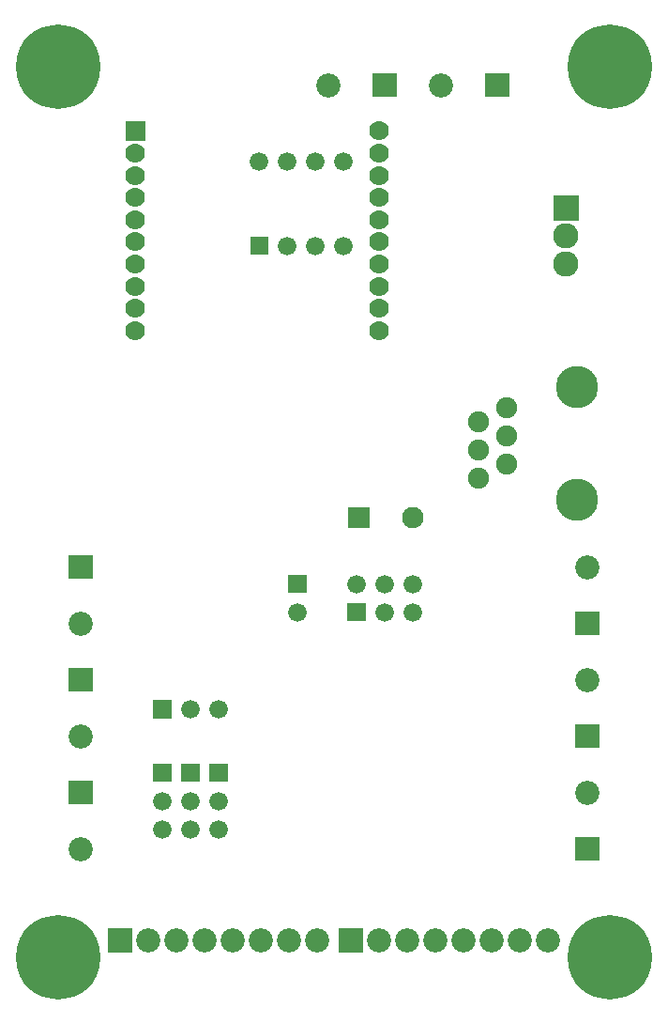
<source format=gbr>
G04 start of page 6 for group -4062 idx -4062 *
G04 Title: (unknown), soldermask *
G04 Creator: pcb 20110918 *
G04 CreationDate: Sat 02 Feb 2013 07:47:55 PM GMT UTC *
G04 For: petersen *
G04 Format: Gerber/RS-274X *
G04 PCB-Dimensions: 230000 350000 *
G04 PCB-Coordinate-Origin: lower left *
%MOIN*%
%FSLAX25Y25*%
%LNBOTTOMMASK*%
%ADD113C,0.0900*%
%ADD112C,0.0700*%
%ADD111C,0.1500*%
%ADD110C,0.0750*%
%ADD109C,0.0760*%
%ADD108C,0.2997*%
%ADD107C,0.0660*%
%ADD106C,0.0860*%
%ADD105C,0.0001*%
G54D105*G36*
X20700Y79800D02*Y71200D01*
X29300D01*
Y79800D01*
X20700D01*
G37*
G54D106*X25000Y55500D03*
G54D105*G36*
X20700Y119800D02*Y111200D01*
X29300D01*
Y119800D01*
X20700D01*
G37*
G54D106*X25000Y95500D03*
G54D105*G36*
X50700Y85800D02*Y79200D01*
X57300D01*
Y85800D01*
X50700D01*
G37*
G54D107*X54000Y72500D03*
Y62500D03*
G54D105*G36*
X60700Y85800D02*Y79200D01*
X67300D01*
Y85800D01*
X60700D01*
G37*
G54D107*X64000Y72500D03*
Y62500D03*
G54D105*G36*
X70700Y85800D02*Y79200D01*
X77300D01*
Y85800D01*
X70700D01*
G37*
G54D107*X74000Y72500D03*
Y62500D03*
G54D105*G36*
X50700Y108300D02*Y101700D01*
X57300D01*
Y108300D01*
X50700D01*
G37*
G54D107*X64000Y105000D03*
X74000D03*
G54D105*G36*
X200700Y59800D02*Y51200D01*
X209300D01*
Y59800D01*
X200700D01*
G37*
G54D108*X213000Y17000D03*
G54D106*X181000Y23000D03*
X191000D03*
G54D105*G36*
X98700Y152800D02*Y146200D01*
X105300D01*
Y152800D01*
X98700D01*
G37*
G54D107*X123000Y149500D03*
X133000D03*
X143000D03*
X102000Y139500D03*
G54D105*G36*
X119700Y142800D02*Y136200D01*
X126300D01*
Y142800D01*
X119700D01*
G37*
G54D107*X133000Y139500D03*
X143000D03*
G54D105*G36*
X116700Y27300D02*Y18700D01*
X125300D01*
Y27300D01*
X116700D01*
G37*
G54D106*X131000Y23000D03*
X141000D03*
X151000D03*
X161000D03*
X171000D03*
X99000D03*
X109000D03*
G54D108*X17000Y17000D03*
G54D105*G36*
X34700Y27300D02*Y18700D01*
X43300D01*
Y27300D01*
X34700D01*
G37*
G54D106*X49000Y23000D03*
X59000D03*
X69000D03*
X79000D03*
X89000D03*
G54D105*G36*
X20700Y159800D02*Y151200D01*
X29300D01*
Y159800D01*
X20700D01*
G37*
G54D106*X25000Y135500D03*
X205000Y75500D03*
G54D105*G36*
X200700Y99800D02*Y91200D01*
X209300D01*
Y99800D01*
X200700D01*
G37*
G54D106*X205000Y115500D03*
G54D105*G36*
X200700Y139800D02*Y131200D01*
X209300D01*
Y139800D01*
X200700D01*
G37*
G54D106*X205000Y155500D03*
G54D105*G36*
X120094Y176800D02*Y169200D01*
X127694D01*
Y176800D01*
X120094D01*
G37*
G54D109*X143106Y173000D03*
G54D110*X166500Y187000D03*
G54D111*X201500Y179500D03*
G54D110*X176500Y192000D03*
Y202000D03*
Y212000D03*
G54D111*X201500Y219500D03*
G54D110*X166500Y197000D03*
Y207000D03*
G54D105*G36*
X40886Y313748D02*Y306748D01*
X47886D01*
Y313748D01*
X40886D01*
G37*
G54D112*X44386Y302374D03*
Y294500D03*
Y286626D03*
Y278752D03*
Y270878D03*
Y263004D03*
Y255130D03*
Y247256D03*
Y239382D03*
G54D108*X17000Y333000D03*
G54D105*G36*
X128700Y330800D02*Y322200D01*
X137300D01*
Y330800D01*
X128700D01*
G37*
G54D106*X113000Y326500D03*
G54D105*G36*
X85200Y272800D02*Y266200D01*
X91800D01*
Y272800D01*
X85200D01*
G37*
G54D107*X98500Y269500D03*
X108500D03*
X118500D03*
G54D112*X131000Y310248D03*
Y302374D03*
Y294500D03*
Y286626D03*
G54D107*X118500Y299500D03*
X108500D03*
X98500D03*
X88500D03*
G54D112*X131000Y278752D03*
Y270878D03*
G54D113*X197500Y263000D03*
Y273000D03*
G54D105*G36*
X193000Y287500D02*Y278500D01*
X202000D01*
Y287500D01*
X193000D01*
G37*
G54D112*X131000Y263004D03*
Y255130D03*
Y247256D03*
Y239382D03*
G54D108*X213000Y333000D03*
G54D105*G36*
X168700Y330800D02*Y322200D01*
X177300D01*
Y330800D01*
X168700D01*
G37*
G54D106*X153000Y326500D03*
M02*

</source>
